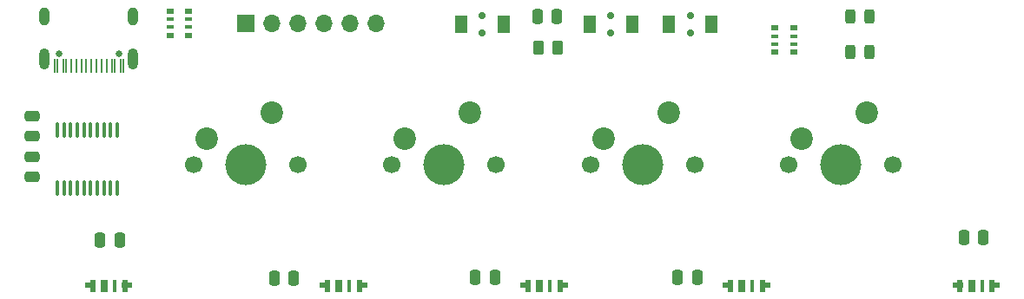
<source format=gbr>
%TF.GenerationSoftware,KiCad,Pcbnew,7.0.8*%
%TF.CreationDate,2024-01-31T16:08:22-06:00*%
%TF.ProjectId,K33b,4b333362-2e6b-4696-9361-645f70636258,rev?*%
%TF.SameCoordinates,Original*%
%TF.FileFunction,Soldermask,Top*%
%TF.FilePolarity,Negative*%
%FSLAX46Y46*%
G04 Gerber Fmt 4.6, Leading zero omitted, Abs format (unit mm)*
G04 Created by KiCad (PCBNEW 7.0.8) date 2024-01-31 16:08:22*
%MOMM*%
%LPD*%
G01*
G04 APERTURE LIST*
G04 Aperture macros list*
%AMRoundRect*
0 Rectangle with rounded corners*
0 $1 Rounding radius*
0 $2 $3 $4 $5 $6 $7 $8 $9 X,Y pos of 4 corners*
0 Add a 4 corners polygon primitive as box body*
4,1,4,$2,$3,$4,$5,$6,$7,$8,$9,$2,$3,0*
0 Add four circle primitives for the rounded corners*
1,1,$1+$1,$2,$3*
1,1,$1+$1,$4,$5*
1,1,$1+$1,$6,$7*
1,1,$1+$1,$8,$9*
0 Add four rect primitives between the rounded corners*
20,1,$1+$1,$2,$3,$4,$5,0*
20,1,$1+$1,$4,$5,$6,$7,0*
20,1,$1+$1,$6,$7,$8,$9,0*
20,1,$1+$1,$8,$9,$2,$3,0*%
G04 Aperture macros list end*
%ADD10R,0.800000X0.500000*%
%ADD11R,0.800000X0.400000*%
%ADD12RoundRect,0.243750X0.243750X0.456250X-0.243750X0.456250X-0.243750X-0.456250X0.243750X-0.456250X0*%
%ADD13O,1.000000X1.800000*%
%ADD14O,1.000000X2.100000*%
%ADD15R,0.250000X1.400000*%
%ADD16C,0.650000*%
%ADD17RoundRect,0.100000X-0.100000X0.637500X-0.100000X-0.637500X0.100000X-0.637500X0.100000X0.637500X0*%
%ADD18R,1.250000X1.700000*%
%ADD19C,0.700000*%
%ADD20C,2.200000*%
%ADD21C,1.700000*%
%ADD22C,4.000000*%
%ADD23RoundRect,0.250000X-0.262500X-0.450000X0.262500X-0.450000X0.262500X0.450000X-0.262500X0.450000X0*%
%ADD24O,1.700000X1.700000*%
%ADD25R,1.700000X1.700000*%
%ADD26R,1.000000X0.550000*%
%ADD27R,0.550000X1.200000*%
%ADD28R,0.450000X1.200000*%
%ADD29R,0.700000X1.200000*%
%ADD30RoundRect,0.250000X0.250000X0.475000X-0.250000X0.475000X-0.250000X-0.475000X0.250000X-0.475000X0*%
%ADD31RoundRect,0.250000X-0.250000X-0.475000X0.250000X-0.475000X0.250000X0.475000X-0.250000X0.475000X0*%
%ADD32RoundRect,0.250000X0.475000X-0.250000X0.475000X0.250000X-0.475000X0.250000X-0.475000X-0.250000X0*%
G04 APERTURE END LIST*
D10*
%TO.C,RN2*%
X146700000Y-90600000D03*
D11*
X146700000Y-91400000D03*
X146700000Y-92200000D03*
D10*
X146700000Y-93000000D03*
X148500000Y-93000000D03*
D11*
X148500000Y-92200000D03*
X148500000Y-91400000D03*
D10*
X148500000Y-90600000D03*
%TD*%
D12*
%TO.C,D7*%
X155875000Y-93000000D03*
X154000000Y-93000000D03*
%TD*%
%TO.C,D6*%
X155875000Y-89500000D03*
X154000000Y-89500000D03*
%TD*%
D13*
%TO.C,J2*%
X75500000Y-89500000D03*
D14*
X75500000Y-93650000D03*
D13*
X84140000Y-89500000D03*
D14*
X84140000Y-93650000D03*
D15*
X82895000Y-94350000D03*
X82095000Y-94350000D03*
X78570000Y-94350000D03*
X80570000Y-94350000D03*
X79070000Y-94350000D03*
X78070000Y-94350000D03*
X77545000Y-94350000D03*
X76745000Y-94350000D03*
X76495000Y-94350000D03*
X77295000Y-94350000D03*
X81570000Y-94350000D03*
X79570000Y-94350000D03*
X80070000Y-94350000D03*
X81070000Y-94350000D03*
X82345000Y-94350000D03*
X83145000Y-94350000D03*
D16*
X76930000Y-93150000D03*
X82710000Y-93150000D03*
%TD*%
D17*
%TO.C,U1*%
X82575000Y-106275000D03*
X81925000Y-106275000D03*
X81275000Y-106275000D03*
X80625000Y-106275000D03*
X79975000Y-106275000D03*
X79325000Y-106275000D03*
X78675000Y-106275000D03*
X78025000Y-106275000D03*
X77375000Y-106275000D03*
X76725000Y-106275000D03*
X76725000Y-100550000D03*
X77375000Y-100550000D03*
X78025000Y-100550000D03*
X78675000Y-100550000D03*
X79325000Y-100550000D03*
X79975000Y-100550000D03*
X80625000Y-100550000D03*
X81275000Y-100550000D03*
X81925000Y-100550000D03*
X82575000Y-100550000D03*
%TD*%
D18*
%TO.C,SW7*%
X140500000Y-90250000D03*
X136350000Y-90250000D03*
D19*
X138425000Y-91100000D03*
X138425000Y-89400000D03*
%TD*%
D18*
%TO.C,SW6*%
X132750000Y-90250000D03*
X128600000Y-90250000D03*
D19*
X130675000Y-91100000D03*
X130675000Y-89400000D03*
%TD*%
D18*
%TO.C,SW5*%
X120250000Y-90250000D03*
X116100000Y-90250000D03*
D19*
X118175000Y-91100000D03*
X118175000Y-89400000D03*
%TD*%
D20*
%TO.C,SW4*%
X149290000Y-101460000D03*
X155640000Y-98920000D03*
D21*
X158180000Y-104000000D03*
X148020000Y-104000000D03*
D22*
X153100000Y-104000000D03*
%TD*%
D20*
%TO.C,SW3*%
X129970000Y-101460000D03*
X136320000Y-98920000D03*
D21*
X138860000Y-104000000D03*
X128700000Y-104000000D03*
D22*
X133780000Y-104000000D03*
%TD*%
D20*
%TO.C,SW2*%
X110610000Y-101460000D03*
X116960000Y-98920000D03*
D21*
X119500000Y-104000000D03*
X109340000Y-104000000D03*
D22*
X114420000Y-104000000D03*
%TD*%
D20*
%TO.C,SW1*%
X91270000Y-101460000D03*
X97620000Y-98920000D03*
D21*
X100160000Y-104000000D03*
X90000000Y-104000000D03*
D22*
X95080000Y-104000000D03*
%TD*%
D10*
%TO.C,RN1*%
X87750000Y-91350000D03*
D11*
X87750000Y-90550000D03*
X87750000Y-89750000D03*
D10*
X87750000Y-88950000D03*
X89550000Y-88950000D03*
D11*
X89550000Y-89750000D03*
X89550000Y-90550000D03*
D10*
X89550000Y-91350000D03*
%TD*%
D23*
%TO.C,R1*%
X125500000Y-92500000D03*
X123675000Y-92500000D03*
%TD*%
D24*
%TO.C,J1*%
X107850000Y-90200000D03*
X105310000Y-90200000D03*
X102770000Y-90200000D03*
X100230000Y-90200000D03*
X97690000Y-90200000D03*
D25*
X95150000Y-90200000D03*
%TD*%
D26*
%TO.C,D5*%
X168100000Y-115735000D03*
D27*
X167875000Y-115800000D03*
D28*
X166875000Y-115800000D03*
D29*
X165850000Y-115800000D03*
D27*
X164725000Y-115800000D03*
D26*
X164500000Y-115725000D03*
%TD*%
%TO.C,D4*%
X145725000Y-115735000D03*
D27*
X145500000Y-115800000D03*
D28*
X144500000Y-115800000D03*
D29*
X143475000Y-115800000D03*
D27*
X142350000Y-115800000D03*
D26*
X142125000Y-115725000D03*
%TD*%
%TO.C,D3*%
X126000000Y-115735000D03*
D27*
X125775000Y-115800000D03*
D28*
X124775000Y-115800000D03*
D29*
X123750000Y-115800000D03*
D27*
X122625000Y-115800000D03*
D26*
X122400000Y-115725000D03*
%TD*%
%TO.C,D2*%
X102825000Y-115725000D03*
D27*
X103050000Y-115800000D03*
D29*
X104175000Y-115800000D03*
D28*
X105200000Y-115800000D03*
D27*
X106200000Y-115800000D03*
D26*
X106425000Y-115735000D03*
%TD*%
%TO.C,D1*%
X83550000Y-115735000D03*
D27*
X83325000Y-115800000D03*
D28*
X82325000Y-115800000D03*
D29*
X81300000Y-115800000D03*
D27*
X80175000Y-115800000D03*
D26*
X79950000Y-115725000D03*
%TD*%
D30*
%TO.C,C9*%
X165100000Y-111100000D03*
X167000000Y-111100000D03*
%TD*%
D31*
%TO.C,C8*%
X139100000Y-115000000D03*
X137200000Y-115000000D03*
%TD*%
%TO.C,C6*%
X119400000Y-115000000D03*
X117500000Y-115000000D03*
%TD*%
%TO.C,C5*%
X125450000Y-89500000D03*
X123550000Y-89500000D03*
%TD*%
%TO.C,C4*%
X99800000Y-115100000D03*
X97900000Y-115100000D03*
%TD*%
D30*
%TO.C,C3*%
X80900000Y-111300000D03*
X82800000Y-111300000D03*
%TD*%
D32*
%TO.C,C2*%
X74250000Y-103250000D03*
X74250000Y-105150000D03*
%TD*%
%TO.C,C1*%
X74250000Y-99250000D03*
X74250000Y-101150000D03*
%TD*%
M02*

</source>
